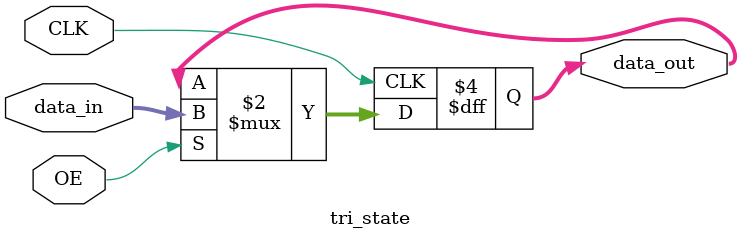
<source format=v>
module tri_state (
    input wire [15:0] data_in,     // Đầu vào dữ liệu 4 bit
    input wire OE,       // Tín hiệu cho phép ghi (load)
    input wire CLK,               // Tín hiệu đồng hồ (Clock)
    output reg [15:0] data_out     // Đầu ra dữ liệu 4 bit
);

    always @(posedge CLK) begin
        if (OE)          // Nếu load_enable bật
            data_out <= data_in;  // Ghi dữ liệu mới vào data_out
    end

endmodule
</source>
